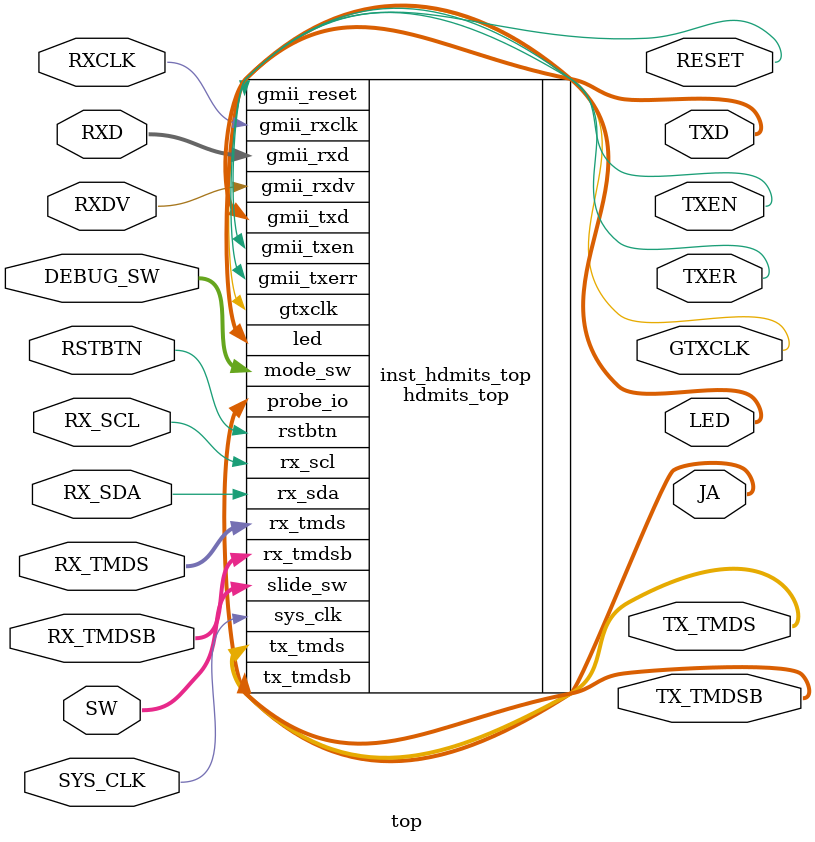
<source format=v>
`timescale 1 ps / 1 ps

module top (
	// SYSTEM
	input  wire       RSTBTN,    //The BTN NORTH
	input  wire       SYS_CLK,   //100 MHz osicallator
	// TMDS OUTPUT
	input  wire [3:0] RX_TMDS,
	input  wire [3:0] RX_TMDSB,
	input  wire       RX_SCL,
	inout  wire       RX_SDA,
	// TMDS INPUT
	output wire [3:0] TX_TMDS,
	output wire [3:0] TX_TMDSB,
	// Ethernet PHY
	output wire       RESET,
	output wire       GTXCLK,
	output wire       TXEN,
	output wire       TXER,
	output wire [7:0] TXD,
	input  wire       RXCLK,
	input  wire       RXDV,
	input  wire [7:0] RXD,

	input  wire [3:0] SW,
	input  wire [3:0] DEBUG_SW,

	output wire [7:0] LED,
	output wire [4:0] JA
);

hdmits_top inst_hdmits_top(
	// SYSTEM
	.rstbtn(RSTBTN),    //The BTN NORTH
	.sys_clk(SYS_CLK),   //100 MHz osicallator
	// tx_tmds OUTPUT
	.rx_tmds(RX_TMDS),
	.rx_tmdsb(RX_TMDSB),
	.rx_scl(RX_SCL),
	.rx_sda(RX_SDA),
	// tx_tmds INPUT
	.tx_tmds(TX_TMDS),
	.tx_tmdsb(TX_TMDSB),
	// Ethernet PHY
	.gmii_reset(RESET),
	.gtxclk(GTXCLK),
	.gmii_txen(TXEN),
	.gmii_txerr(TXER),
	.gmii_txd(TXD),
	.gmii_rxclk(RXCLK),
	.gmii_rxdv(RXDV),
	.gmii_rxd(RXD),

	.slide_sw(SW),
	.mode_sw(DEBUG_SW),

	.led(LED),
	.probe_io(JA)
);



endmodule

</source>
